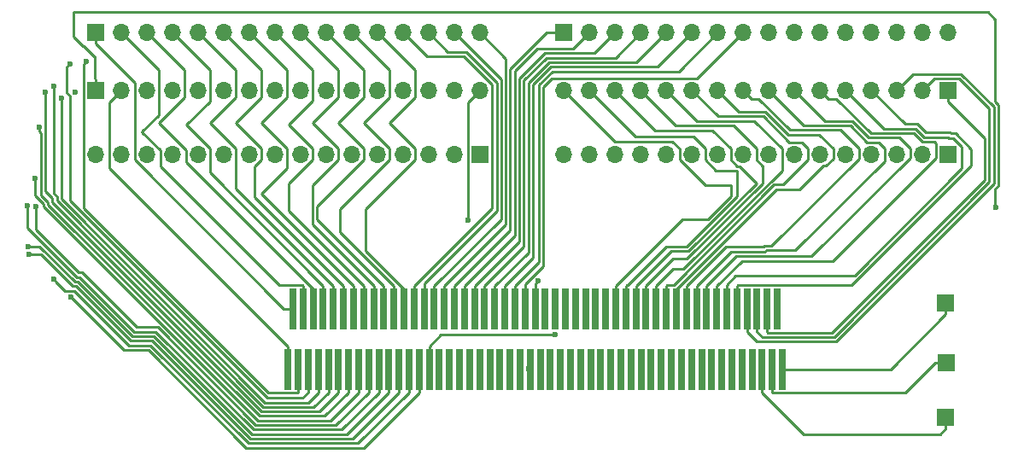
<source format=gtl>
G04 #@! TF.FileFunction,Copper,L1,Top,Signal*
%FSLAX46Y46*%
G04 Gerber Fmt 4.6, Leading zero omitted, Abs format (unit mm)*
G04 Created by KiCad (PCBNEW 4.0.6) date Saturday, April 28, 2018 'AMt' 01:11:43 AM*
%MOMM*%
%LPD*%
G01*
G04 APERTURE LIST*
%ADD10C,0.100000*%
%ADD11R,0.750000X4.040000*%
%ADD12R,1.700000X1.700000*%
%ADD13O,1.700000X1.700000*%
%ADD14C,0.600000*%
%ADD15C,0.250000*%
G04 APERTURE END LIST*
D10*
D11*
X122488000Y-83000000D03*
X123488000Y-83000000D03*
X124488000Y-83000000D03*
X125488000Y-83000000D03*
X126488000Y-83000000D03*
X127488000Y-83000000D03*
X128488000Y-83000000D03*
X129488000Y-83000000D03*
X130488000Y-83000000D03*
X131488000Y-83000000D03*
X132488000Y-83000000D03*
X133488000Y-83000000D03*
X134488000Y-83000000D03*
X135488000Y-83000000D03*
X136488000Y-83000000D03*
X137488000Y-83000000D03*
X138488000Y-83000000D03*
X139488000Y-83000000D03*
X140488000Y-83000000D03*
X141488000Y-83000000D03*
X142488000Y-83000000D03*
X143488000Y-83000000D03*
X144488000Y-83000000D03*
X145488000Y-83000000D03*
X146488000Y-83000000D03*
X147488000Y-83000000D03*
X148488000Y-83000000D03*
X149488000Y-83000000D03*
X150488000Y-83000000D03*
X151488000Y-83000000D03*
X152488000Y-83000000D03*
X153488000Y-83000000D03*
X154488000Y-83000000D03*
X155488000Y-83000000D03*
X156488000Y-83000000D03*
X157488000Y-83000000D03*
X158488000Y-83000000D03*
X159488000Y-83000000D03*
X160488000Y-83000000D03*
X161488000Y-83000000D03*
X162488000Y-83000000D03*
X163488000Y-83000000D03*
X164488000Y-83000000D03*
X165488000Y-83000000D03*
X166488000Y-83000000D03*
X167488000Y-83000000D03*
X168488000Y-83000000D03*
X169488000Y-83000000D03*
X170488000Y-83000000D03*
X122000000Y-89000000D03*
X123000000Y-89000000D03*
X124000000Y-89000000D03*
X125000000Y-89000000D03*
X126000000Y-89000000D03*
X127000000Y-89000000D03*
X128000000Y-89000000D03*
X129000000Y-89000000D03*
X130000000Y-89000000D03*
X131000000Y-89000000D03*
X132000000Y-89000000D03*
X133000000Y-89000000D03*
X134000000Y-89000000D03*
X135000000Y-89000000D03*
X136000000Y-89000000D03*
X137000000Y-89000000D03*
X138000000Y-89000000D03*
X139000000Y-89000000D03*
X140000000Y-89000000D03*
X141000000Y-89000000D03*
X142000000Y-89000000D03*
X143000000Y-89000000D03*
X144000000Y-89000000D03*
X145000000Y-89000000D03*
X146000000Y-89000000D03*
X147000000Y-89000000D03*
X148000000Y-89000000D03*
X149000000Y-89000000D03*
X150000000Y-89000000D03*
X151000000Y-89000000D03*
X152000000Y-89000000D03*
X153000000Y-89000000D03*
X154000000Y-89000000D03*
X155000000Y-89000000D03*
X156000000Y-89000000D03*
X157000000Y-89000000D03*
X158000000Y-89000000D03*
X159000000Y-89000000D03*
X160000000Y-89000000D03*
X161000000Y-89000000D03*
X162000000Y-89000000D03*
X163000000Y-89000000D03*
X164000000Y-89000000D03*
X165000000Y-89000000D03*
X166000000Y-89000000D03*
X167000000Y-89000000D03*
X168000000Y-89000000D03*
X169000000Y-89000000D03*
X170000000Y-89000000D03*
X171000000Y-89000000D03*
D12*
X102920000Y-55600000D03*
D13*
X105460000Y-55600000D03*
X108000000Y-55600000D03*
X110540000Y-55600000D03*
X113080000Y-55600000D03*
X115620000Y-55600000D03*
X118160000Y-55600000D03*
X120700000Y-55600000D03*
X123240000Y-55600000D03*
X125780000Y-55600000D03*
X128320000Y-55600000D03*
X130860000Y-55600000D03*
X133400000Y-55600000D03*
X135940000Y-55600000D03*
X138480000Y-55600000D03*
X141020000Y-55600000D03*
D12*
X149310000Y-55600000D03*
D13*
X151850000Y-55600000D03*
X154390000Y-55600000D03*
X156930000Y-55600000D03*
X159470000Y-55600000D03*
X162010000Y-55600000D03*
X164550000Y-55600000D03*
X167090000Y-55600000D03*
X169630000Y-55600000D03*
X172170000Y-55600000D03*
X174710000Y-55600000D03*
X177250000Y-55600000D03*
X179790000Y-55600000D03*
X182330000Y-55600000D03*
X184870000Y-55600000D03*
X187410000Y-55600000D03*
D12*
X187410000Y-61310000D03*
D13*
X184870000Y-61310000D03*
X182330000Y-61310000D03*
X179790000Y-61310000D03*
X177250000Y-61310000D03*
X174710000Y-61310000D03*
X172170000Y-61310000D03*
X169630000Y-61310000D03*
X167090000Y-61310000D03*
X164550000Y-61310000D03*
X162010000Y-61310000D03*
X159470000Y-61310000D03*
X156930000Y-61310000D03*
X154390000Y-61310000D03*
X151850000Y-61310000D03*
X149310000Y-61310000D03*
D12*
X102920000Y-61310280D03*
D13*
X105460000Y-61310280D03*
X108000000Y-61310280D03*
X110540000Y-61310280D03*
X113080000Y-61310280D03*
X115620000Y-61310280D03*
X118160000Y-61310280D03*
X120700000Y-61310280D03*
X123240000Y-61310280D03*
X125780000Y-61310280D03*
X128320000Y-61310280D03*
X130860000Y-61310280D03*
X133400000Y-61310280D03*
X135940000Y-61310280D03*
X138480000Y-61310280D03*
X141020000Y-61310280D03*
D12*
X141010000Y-67657460D03*
D13*
X138470000Y-67657460D03*
X135930000Y-67657460D03*
X133390000Y-67657460D03*
X130850000Y-67657460D03*
X128310000Y-67657460D03*
X125770000Y-67657460D03*
X123230000Y-67657460D03*
X120690000Y-67657460D03*
X118150000Y-67657460D03*
X115610000Y-67657460D03*
X113070000Y-67657460D03*
X110530000Y-67657460D03*
X107990000Y-67657460D03*
X105450000Y-67657460D03*
X102910000Y-67657460D03*
D12*
X187390000Y-67660000D03*
D13*
X184850000Y-67660000D03*
X182310000Y-67660000D03*
X179770000Y-67660000D03*
X177230000Y-67660000D03*
X174690000Y-67660000D03*
X172150000Y-67660000D03*
X169610000Y-67660000D03*
X167070000Y-67660000D03*
X164530000Y-67660000D03*
X161990000Y-67660000D03*
X159450000Y-67660000D03*
X156910000Y-67660000D03*
X154370000Y-67660000D03*
X151830000Y-67660000D03*
X149290000Y-67660000D03*
D12*
X187170000Y-93790000D03*
X187170000Y-82450000D03*
X187270000Y-88340000D03*
D14*
X146800000Y-80200000D03*
X147550000Y-82970000D03*
X148488000Y-83000000D03*
X149475000Y-82000000D03*
X150475000Y-84125000D03*
X151467867Y-83437709D03*
X152488000Y-83000000D03*
X153404979Y-83020000D03*
X170488000Y-83000000D03*
X192190000Y-72900000D03*
X100890000Y-61460000D03*
X102024801Y-58424237D03*
X100380000Y-58690000D03*
X99540000Y-62060000D03*
X98800000Y-60900000D03*
X97960000Y-61540000D03*
X97334990Y-65005144D03*
X96884979Y-70090636D03*
X96959473Y-72806568D03*
X96159620Y-72790630D03*
X96214924Y-76800632D03*
X96279494Y-77605595D03*
X98751945Y-80078047D03*
X100495724Y-81821826D03*
X135000000Y-89000000D03*
X148460000Y-85570000D03*
X139834999Y-74205001D03*
X137000000Y-89000000D03*
X138000000Y-89000000D03*
X138875002Y-88830000D03*
X140000000Y-89000000D03*
X141000000Y-89000000D03*
X142000000Y-90600000D03*
X143000000Y-90000000D03*
X144000000Y-89000000D03*
X145000000Y-89000000D03*
X145875002Y-88959541D03*
X147060000Y-88980000D03*
X148090000Y-89060000D03*
X149000000Y-89000000D03*
X150000000Y-89000000D03*
X151000000Y-89000000D03*
X152000000Y-89000000D03*
X152940000Y-88900000D03*
X154000000Y-89000000D03*
X154930006Y-88930006D03*
X156000000Y-89000000D03*
X157000000Y-89000000D03*
X158000000Y-89000000D03*
X159000000Y-89000000D03*
X160000000Y-89000000D03*
X160910000Y-89340000D03*
X162000000Y-89000000D03*
X163000000Y-89000000D03*
X164000000Y-89000000D03*
X165000000Y-89000000D03*
X166000000Y-89000000D03*
X167000000Y-89000000D03*
X168000000Y-89000000D03*
D15*
X122488000Y-83000000D02*
X121593538Y-83000000D01*
X102920000Y-56700000D02*
X102920000Y-55600000D01*
X121593538Y-83000000D02*
X106814999Y-68221461D01*
X106814999Y-68221461D02*
X106814999Y-60594999D01*
X106814999Y-60594999D02*
X102920000Y-56700000D01*
X109175001Y-63758607D02*
X107510009Y-65423599D01*
X121142999Y-80654999D02*
X123412999Y-80654999D01*
X123412999Y-80654999D02*
X123488000Y-80730000D01*
X107510009Y-65423599D02*
X107510009Y-65438465D01*
X105460000Y-55600000D02*
X109175001Y-59315001D01*
X109175001Y-59315001D02*
X109175001Y-63758607D01*
X107510009Y-65438465D02*
X109354999Y-67283457D01*
X109354999Y-67283457D02*
X109354999Y-68866999D01*
X109354999Y-68866999D02*
X121142999Y-80654999D01*
X123488000Y-80730000D02*
X123488000Y-83000000D01*
X111715001Y-59315001D02*
X111715001Y-62023459D01*
X124488000Y-81019998D02*
X124488000Y-83000000D01*
X109175001Y-64563459D02*
X111894999Y-67283457D01*
X108000000Y-55600000D02*
X111715001Y-59315001D01*
X111715001Y-62023459D02*
X109175001Y-64563459D01*
X111894999Y-67283457D02*
X111894999Y-68426997D01*
X111894999Y-68426997D02*
X124488000Y-81019998D01*
X110540000Y-55600000D02*
X114255001Y-59315001D01*
X114245001Y-69487001D02*
X125488000Y-80730000D01*
X114255001Y-59315001D02*
X114255001Y-62403455D01*
X114255001Y-62403455D02*
X111904999Y-64753457D01*
X111904999Y-64753457D02*
X114245001Y-67093459D01*
X114245001Y-67093459D02*
X114245001Y-69487001D01*
X125488000Y-80730000D02*
X125488000Y-83000000D01*
X116795001Y-62023459D02*
X114255001Y-64563459D01*
X116795001Y-59315001D02*
X116795001Y-62023459D01*
X116785001Y-67093459D02*
X116785001Y-71027001D01*
X116785001Y-71027001D02*
X126488000Y-80730000D01*
X126488000Y-80730000D02*
X126488000Y-83000000D01*
X113080000Y-55600000D02*
X116795001Y-59315001D01*
X114255001Y-64563459D02*
X116785001Y-67093459D01*
X127488000Y-80730000D02*
X127488000Y-83000000D01*
X115620000Y-55600000D02*
X119335001Y-59315001D01*
X118714001Y-68832461D02*
X118714001Y-71956001D01*
X119325001Y-67093459D02*
X119325001Y-68221461D01*
X116795001Y-64563459D02*
X119325001Y-67093459D01*
X119325001Y-68221461D02*
X118714001Y-68832461D01*
X119335001Y-59315001D02*
X119335001Y-62023459D01*
X118714001Y-71956001D02*
X127488000Y-80730000D01*
X119335001Y-62023459D02*
X116795001Y-64563459D01*
X121875001Y-62023459D02*
X119335001Y-64563459D01*
X119335001Y-64563459D02*
X121865001Y-67093459D01*
X121875001Y-59315001D02*
X121875001Y-62023459D01*
X121865001Y-67093459D02*
X121865001Y-69047001D01*
X121865001Y-69047001D02*
X119335001Y-71577001D01*
X128488000Y-80730000D02*
X128488000Y-83000000D01*
X118160000Y-55600000D02*
X121875001Y-59315001D01*
X119335001Y-71577001D02*
X128488000Y-80730000D01*
X124415001Y-62383455D02*
X122054999Y-64743457D01*
X122054999Y-73296999D02*
X129488000Y-80730000D01*
X122054999Y-64743457D02*
X124405001Y-67093459D01*
X124405001Y-68221461D02*
X122054999Y-70571463D01*
X129488000Y-80730000D02*
X129488000Y-83000000D01*
X124415001Y-59315001D02*
X124415001Y-62383455D01*
X120700000Y-55600000D02*
X124415001Y-59315001D01*
X124405001Y-67093459D02*
X124405001Y-68221461D01*
X122054999Y-70571463D02*
X122054999Y-73296999D01*
X126945001Y-67093459D02*
X126945001Y-68221461D01*
X126955001Y-59315001D02*
X126955001Y-62023459D01*
X126945001Y-68221461D02*
X124405001Y-70761461D01*
X126955001Y-62023459D02*
X124415001Y-64563459D01*
X124415001Y-64563459D02*
X126945001Y-67093459D01*
X124405001Y-74647001D02*
X130488000Y-80730000D01*
X123240000Y-55600000D02*
X126955001Y-59315001D01*
X124405001Y-70761461D02*
X124405001Y-74647001D01*
X130488000Y-80730000D02*
X130488000Y-83000000D01*
X129485001Y-67093459D02*
X129485001Y-68221461D01*
X131488000Y-80730000D02*
X131488000Y-83000000D01*
X129485001Y-68221461D02*
X124855012Y-72851450D01*
X129495001Y-62023459D02*
X126955001Y-64563459D01*
X124855012Y-74097012D02*
X131488000Y-80730000D01*
X124855012Y-72851450D02*
X124855012Y-74097012D01*
X126955001Y-64563459D02*
X129485001Y-67093459D01*
X125780000Y-55600000D02*
X129495001Y-59315001D01*
X129495001Y-59315001D02*
X129495001Y-62023459D01*
X128320000Y-55600000D02*
X132035001Y-59315001D01*
X132025001Y-67093459D02*
X132025001Y-68221461D01*
X132035001Y-59315001D02*
X132035001Y-62023459D01*
X132035001Y-62023459D02*
X129495001Y-64563459D01*
X132025001Y-68221461D02*
X127134999Y-73111463D01*
X129495001Y-64563459D02*
X132025001Y-67093459D01*
X127134999Y-75376999D02*
X132488000Y-80730000D01*
X127134999Y-73111463D02*
X127134999Y-75376999D01*
X132488000Y-80730000D02*
X132488000Y-83000000D01*
X134575001Y-62023459D02*
X132035001Y-64563459D01*
X133488000Y-81019998D02*
X133488000Y-83000000D01*
X134565001Y-68221461D02*
X129674999Y-73111463D01*
X130860000Y-55600000D02*
X134575001Y-59315001D01*
X134575001Y-59315001D02*
X134575001Y-62023459D01*
X132035001Y-64563459D02*
X134565001Y-67093459D01*
X129674999Y-77206997D02*
X133488000Y-81019998D01*
X134565001Y-67093459D02*
X134565001Y-68221461D01*
X129674999Y-73111463D02*
X129674999Y-77206997D01*
X134488000Y-80730000D02*
X134488000Y-83000000D01*
X135750000Y-57950000D02*
X139455890Y-57950000D01*
X133400000Y-55600000D02*
X135750000Y-57950000D01*
X142229879Y-60723989D02*
X142229879Y-72988121D01*
X139455890Y-57950000D02*
X142229879Y-60723989D01*
X142229879Y-72988121D02*
X134488000Y-80730000D01*
X142679890Y-73250111D02*
X135488000Y-80442001D01*
X142679890Y-60537589D02*
X142679890Y-73250111D01*
X137839989Y-57499989D02*
X139642290Y-57499989D01*
X135940000Y-55600000D02*
X137839989Y-57499989D01*
X135488000Y-80730000D02*
X135488000Y-83000000D01*
X135488000Y-80442001D02*
X135488000Y-80730000D01*
X139642290Y-57499989D02*
X142679890Y-60537589D01*
X143129901Y-60249901D02*
X143129901Y-74088099D01*
X138480000Y-55600000D02*
X143129901Y-60249901D01*
X143129901Y-74088099D02*
X136488000Y-80730000D01*
X136488000Y-80730000D02*
X136488000Y-83000000D01*
X137488000Y-80730000D02*
X137488000Y-83000000D01*
X143579912Y-74638088D02*
X137488000Y-80730000D01*
X141020000Y-55600000D02*
X143579912Y-58159912D01*
X143579912Y-58159912D02*
X143579912Y-74638088D01*
X138488000Y-80730000D02*
X138488000Y-83000000D01*
X144029923Y-75188077D02*
X138488000Y-80730000D01*
X144029923Y-59201611D02*
X144029923Y-75188077D01*
X147631534Y-55600000D02*
X144029923Y-59201611D01*
X149310000Y-55600000D02*
X147631534Y-55600000D01*
X139488000Y-80730000D02*
X139488000Y-83000000D01*
X144479934Y-59388011D02*
X144479934Y-75738066D01*
X146688009Y-57179936D02*
X144479934Y-59388011D01*
X144479934Y-75738066D02*
X139488000Y-80730000D01*
X151850000Y-55600000D02*
X150270064Y-57179936D01*
X150270064Y-57179936D02*
X146688009Y-57179936D01*
X140488000Y-80730000D02*
X140488000Y-83000000D01*
X154390000Y-55600000D02*
X152360053Y-57629947D01*
X144929945Y-76288055D02*
X140488000Y-80730000D01*
X147467996Y-57629947D02*
X144929945Y-60167998D01*
X152360053Y-57629947D02*
X147467996Y-57629947D01*
X144929945Y-60167998D02*
X144929945Y-76288055D01*
X141488000Y-80730000D02*
X141488000Y-83000000D01*
X145379956Y-76838044D02*
X141488000Y-80730000D01*
X156930000Y-55600000D02*
X154450042Y-58079958D01*
X147654396Y-58079958D02*
X145379956Y-60354398D01*
X145379956Y-60354398D02*
X145379956Y-76838044D01*
X154450042Y-58079958D02*
X147654396Y-58079958D01*
X145829967Y-60540798D02*
X145829967Y-77388033D01*
X147840796Y-58529969D02*
X145829967Y-60540798D01*
X156540031Y-58529969D02*
X147840796Y-58529969D01*
X159470000Y-55600000D02*
X156540031Y-58529969D01*
X142488000Y-80730000D02*
X142488000Y-83000000D01*
X145829967Y-77388033D02*
X142488000Y-80730000D01*
X146279978Y-77938022D02*
X143488000Y-80730000D01*
X146279978Y-60727198D02*
X146279978Y-77938022D01*
X148027196Y-58979980D02*
X146279978Y-60727198D01*
X143488000Y-80730000D02*
X143488000Y-83000000D01*
X162010000Y-55600000D02*
X158630020Y-58979980D01*
X158630020Y-58979980D02*
X148027196Y-58979980D01*
X144488000Y-80730000D02*
X144488000Y-83000000D01*
X146869989Y-60773598D02*
X146869989Y-78348011D01*
X146869989Y-78348011D02*
X144488000Y-80730000D01*
X164550000Y-55600000D02*
X160720009Y-59429991D01*
X148213596Y-59429991D02*
X146869989Y-60773598D01*
X160720009Y-59429991D02*
X148213596Y-59429991D01*
X145488000Y-80730000D02*
X145488000Y-83000000D01*
X145488000Y-80586998D02*
X145488000Y-80730000D01*
X147320000Y-78754998D02*
X145488000Y-80586998D01*
X147320000Y-60959998D02*
X147320000Y-78754998D01*
X148144999Y-60134999D02*
X147320000Y-60959998D01*
X162555001Y-60134999D02*
X148144999Y-60134999D01*
X167090000Y-55600000D02*
X162555001Y-60134999D01*
X146800000Y-80200000D02*
X146488000Y-80512000D01*
X146488000Y-80512000D02*
X146488000Y-83000000D01*
X149310000Y-61310000D02*
X154380075Y-66380075D01*
X154488000Y-80730000D02*
X154488000Y-83000000D01*
X163589533Y-74100000D02*
X161118000Y-74100000D01*
X163354999Y-70764001D02*
X165894999Y-70764001D01*
X165894999Y-71794534D02*
X163589533Y-74100000D01*
X160099075Y-66380075D02*
X160814999Y-67095999D01*
X165894999Y-70764001D02*
X165894999Y-71794534D01*
X160814999Y-67095999D02*
X160814999Y-68224001D01*
X154380075Y-66380075D02*
X160099075Y-66380075D01*
X160814999Y-68224001D02*
X163354999Y-70764001D01*
X161118000Y-74100000D02*
X154488000Y-80730000D01*
X155563001Y-80654999D02*
X155488000Y-80730000D01*
X163354999Y-68224001D02*
X164416010Y-69285012D01*
X159513600Y-76809989D02*
X155668590Y-80654999D01*
X164416010Y-69285012D02*
X166505999Y-69285012D01*
X166505999Y-69285012D02*
X166505999Y-71819945D01*
X155488000Y-80730000D02*
X155488000Y-83000000D01*
X155668590Y-80654999D02*
X155563001Y-80654999D01*
X161515955Y-76809989D02*
X159513600Y-76809989D01*
X166505999Y-71819945D02*
X161515955Y-76809989D01*
X163354999Y-67095999D02*
X163354999Y-68224001D01*
X162189064Y-65930064D02*
X163354999Y-67095999D01*
X156470064Y-65930064D02*
X162189064Y-65930064D01*
X151850000Y-61310000D02*
X156470064Y-65930064D01*
X165894999Y-67095999D02*
X165894999Y-68224001D01*
X156488000Y-80730000D02*
X156488000Y-83000000D01*
X161702355Y-77260000D02*
X159958000Y-77260000D01*
X166742644Y-68835001D02*
X168434999Y-70527356D01*
X158370000Y-65290000D02*
X164089000Y-65290000D01*
X164089000Y-65290000D02*
X165894999Y-67095999D01*
X159958000Y-77260000D02*
X156488000Y-80730000D01*
X168434999Y-70527356D02*
X161702355Y-77260000D01*
X166505999Y-68835001D02*
X166742644Y-68835001D01*
X154390000Y-61310000D02*
X158370000Y-65290000D01*
X165894999Y-68224001D02*
X166505999Y-68835001D01*
X168434999Y-68224001D02*
X169045999Y-68835001D01*
X157488000Y-80730000D02*
X157488000Y-83000000D01*
X161548766Y-78050000D02*
X160168000Y-78050000D01*
X169045999Y-68835001D02*
X169045999Y-70552767D01*
X169045999Y-70552767D02*
X161548766Y-78050000D01*
X168434999Y-67095999D02*
X168434999Y-68224001D01*
X166149053Y-64810053D02*
X168434999Y-67095999D01*
X160430053Y-64810053D02*
X166149053Y-64810053D01*
X156930000Y-61310000D02*
X160430053Y-64810053D01*
X160168000Y-78050000D02*
X157488000Y-80730000D01*
X158488000Y-80730000D02*
X158488000Y-83000000D01*
X160188000Y-79030000D02*
X158488000Y-80730000D01*
X170974999Y-69260178D02*
X161205177Y-79030000D01*
X159470000Y-61310000D02*
X162520042Y-64360042D01*
X168239042Y-64360042D02*
X170974999Y-67095999D01*
X162520042Y-64360042D02*
X168239042Y-64360042D01*
X161205177Y-79030000D02*
X160188000Y-79030000D01*
X170974999Y-67095999D02*
X170974999Y-69260178D01*
X171059011Y-70679989D02*
X170191598Y-70679989D01*
X173514999Y-68224001D02*
X171059011Y-70679989D01*
X173514999Y-67095999D02*
X173514999Y-68224001D01*
X169118718Y-63910031D02*
X171693686Y-66484999D01*
X159488000Y-80730000D02*
X159488000Y-83000000D01*
X170191598Y-70679989D02*
X160216588Y-80654999D01*
X160216588Y-80654999D02*
X159563001Y-80654999D01*
X162010000Y-61310000D02*
X164610031Y-63910031D01*
X164610031Y-63910031D02*
X169118718Y-63910031D01*
X171693686Y-66484999D02*
X172903999Y-66484999D01*
X159563001Y-80654999D02*
X159488000Y-80730000D01*
X172903999Y-66484999D02*
X173514999Y-67095999D01*
X170377998Y-71130000D02*
X160488000Y-81019998D01*
X166700020Y-63460020D02*
X169305118Y-63460020D01*
X160488000Y-81019998D02*
X160488000Y-83000000D01*
X172717179Y-71130000D02*
X170377998Y-71130000D01*
X164550000Y-61310000D02*
X166700020Y-63460020D01*
X175067200Y-68779978D02*
X172717179Y-71130000D01*
X175347201Y-68779978D02*
X175067200Y-68779978D01*
X176054999Y-68072180D02*
X175347201Y-68779978D01*
X174669022Y-65710022D02*
X176054999Y-67095999D01*
X171555119Y-65710022D02*
X174669022Y-65710022D01*
X176054999Y-67095999D02*
X176054999Y-68072180D01*
X169305118Y-63460020D02*
X171555119Y-65710022D01*
X176759012Y-65260012D02*
X178594999Y-67095999D01*
X178594999Y-68066535D02*
X169921589Y-76739945D01*
X178594999Y-67095999D02*
X178594999Y-68066535D01*
X172943601Y-65260012D02*
X176759012Y-65260012D01*
X165368066Y-76849934D02*
X161488000Y-80730000D01*
X161488000Y-80730000D02*
X161488000Y-83000000D01*
X167939999Y-62159999D02*
X168641507Y-62159999D01*
X169921589Y-76739945D02*
X169218000Y-76739945D01*
X167090000Y-61310000D02*
X167939999Y-62159999D01*
X171741521Y-65260011D02*
X172943601Y-65260012D01*
X168641507Y-62159999D02*
X171741521Y-65260011D01*
X169218000Y-76739945D02*
X169108011Y-76849934D01*
X169108011Y-76849934D02*
X165368066Y-76849934D01*
X181134999Y-68352947D02*
X172297990Y-77189956D01*
X177738177Y-64810001D02*
X179413175Y-66484999D01*
X180523999Y-66484999D02*
X181134999Y-67095999D01*
X173130001Y-64810001D02*
X177738177Y-64810001D01*
X172297990Y-77189956D02*
X169404400Y-77189956D01*
X169404400Y-77189956D02*
X169294411Y-77299945D01*
X169294411Y-77299945D02*
X165918055Y-77299945D01*
X162488000Y-80730000D02*
X162488000Y-83000000D01*
X179413175Y-66484999D02*
X180523999Y-66484999D01*
X169630000Y-61310000D02*
X173130001Y-64810001D01*
X165918055Y-77299945D02*
X162488000Y-80730000D01*
X181134999Y-67095999D02*
X181134999Y-68352947D01*
X173884389Y-77779967D02*
X166438033Y-77779967D01*
X183674999Y-67095999D02*
X183674999Y-67989357D01*
X175210011Y-64350011D02*
X177914598Y-64350011D01*
X172170000Y-61310000D02*
X175210011Y-64350011D01*
X182599035Y-66020035D02*
X183674999Y-67095999D01*
X183674999Y-67989357D02*
X173884389Y-77779967D01*
X166438033Y-77779967D02*
X163488000Y-80730000D01*
X163488000Y-80730000D02*
X163488000Y-83000000D01*
X179584622Y-66020035D02*
X182599035Y-66020035D01*
X177914598Y-64350011D02*
X179584622Y-66020035D01*
X179771022Y-65570024D02*
X184014380Y-65570024D01*
X186065044Y-66400044D02*
X186214999Y-66549999D01*
X175559999Y-62159999D02*
X176360997Y-62159999D01*
X174710000Y-61310000D02*
X175559999Y-62159999D01*
X175980789Y-78229978D02*
X166988022Y-78229978D01*
X166988022Y-78229978D02*
X164488000Y-80730000D01*
X176360997Y-62159999D02*
X179771022Y-65570024D01*
X186214999Y-67995768D02*
X175980789Y-78229978D01*
X184844400Y-66400044D02*
X186065044Y-66400044D01*
X164488000Y-80730000D02*
X164488000Y-83000000D01*
X186214999Y-66549999D02*
X186214999Y-67995768D01*
X184014380Y-65570024D02*
X184844400Y-66400044D01*
X184200781Y-65120013D02*
X185030800Y-65950033D01*
X187434389Y-65950033D02*
X187534400Y-66050044D01*
X188809991Y-66896401D02*
X188809991Y-69073599D01*
X188809991Y-69073599D02*
X178153601Y-79729989D01*
X187534400Y-66050044D02*
X187963634Y-66050044D01*
X177250000Y-61310000D02*
X181060013Y-65120013D01*
X181060013Y-65120013D02*
X184200781Y-65120013D01*
X185030800Y-65950033D02*
X187434389Y-65950033D01*
X187963634Y-66050044D02*
X188809991Y-66896401D01*
X178153601Y-79729989D02*
X166373600Y-79729989D01*
X166373600Y-79729989D02*
X165488000Y-80615589D01*
X165488000Y-80730000D02*
X165488000Y-83000000D01*
X165488000Y-80615589D02*
X165488000Y-80730000D01*
X187620789Y-65500022D02*
X187720800Y-65600033D01*
X185217200Y-65500022D02*
X187620789Y-65500022D01*
X189715008Y-68804992D02*
X177865001Y-80654999D01*
X187720800Y-65600033D02*
X188150033Y-65600033D01*
X179790000Y-61310000D02*
X183150002Y-64670002D01*
X166563001Y-80654999D02*
X166488000Y-80730000D01*
X183150002Y-64670002D02*
X184387181Y-64670002D01*
X184387181Y-64670002D02*
X185217200Y-65500022D01*
X188150033Y-65600033D02*
X189715008Y-67165008D01*
X189715008Y-67165008D02*
X189715008Y-68804992D01*
X177865001Y-80654999D02*
X166563001Y-80654999D01*
X166488000Y-80730000D02*
X166488000Y-83000000D01*
X167488000Y-85270000D02*
X167488000Y-83000000D01*
X176307032Y-86245021D02*
X168463021Y-86245021D01*
X191965060Y-70586993D02*
X176307032Y-86245021D01*
X188706402Y-59684990D02*
X191965061Y-62943649D01*
X182330000Y-61310000D02*
X183955010Y-59684990D01*
X183955010Y-59684990D02*
X188706402Y-59684990D01*
X168463021Y-86245021D02*
X167488000Y-85270000D01*
X191965061Y-62943649D02*
X191965060Y-70586993D01*
X186045001Y-60134999D02*
X188520001Y-60134999D01*
X176120632Y-85795011D02*
X169013011Y-85795011D01*
X184870000Y-61310000D02*
X186045001Y-60134999D01*
X188520001Y-60134999D02*
X191515051Y-63130049D01*
X191515051Y-63130049D02*
X191515051Y-70400592D01*
X168488000Y-85270000D02*
X168488000Y-83000000D01*
X169013011Y-85795011D02*
X168488000Y-85270000D01*
X191515051Y-70400592D02*
X176120632Y-85795011D01*
X191065041Y-66065041D02*
X191065041Y-70214192D01*
X191065041Y-70214192D02*
X175934232Y-85345001D01*
X187410000Y-62410000D02*
X191065041Y-66065041D01*
X175934232Y-85345001D02*
X169563001Y-85345001D01*
X169488000Y-85270000D02*
X169488000Y-83000000D01*
X187410000Y-61310000D02*
X187410000Y-62410000D01*
X169563001Y-85345001D02*
X169488000Y-85270000D01*
X102920000Y-61310280D02*
X102920000Y-60210280D01*
X102920000Y-60210280D02*
X102820000Y-60110280D01*
X100740000Y-53550000D02*
X191360000Y-53550000D01*
X191360000Y-53550000D02*
X192080000Y-54270000D01*
X102820000Y-60110280D02*
X102820000Y-57940000D01*
X192080000Y-72790000D02*
X192190000Y-72900000D01*
X102820000Y-57940000D02*
X102790000Y-57940000D01*
X102790000Y-57940000D02*
X101740000Y-56890000D01*
X101740000Y-56890000D02*
X101620000Y-56890000D01*
X101620000Y-56890000D02*
X100740000Y-56010000D01*
X100740000Y-56010000D02*
X100740000Y-53550000D01*
X192415070Y-62757250D02*
X192415069Y-70773394D01*
X192080000Y-54270000D02*
X192080000Y-62422178D01*
X192080000Y-62422178D02*
X192415070Y-62757250D01*
X192415069Y-70773394D02*
X192080000Y-71108463D01*
X192080000Y-71108463D02*
X192080000Y-72790000D01*
X104610001Y-62160279D02*
X105460000Y-61310280D01*
X104274999Y-62495281D02*
X104610001Y-62160279D01*
X104274999Y-69004999D02*
X104274999Y-62495281D01*
X122000000Y-86730000D02*
X104274999Y-69004999D01*
X122000000Y-89000000D02*
X122000000Y-86730000D01*
X101724802Y-58724236D02*
X102024801Y-58424237D01*
X101724802Y-73001460D02*
X101724802Y-58724236D01*
X122924999Y-91345001D02*
X120068343Y-91345001D01*
X123000000Y-89000000D02*
X123000000Y-91270000D01*
X123000000Y-91270000D02*
X122924999Y-91345001D01*
X120068343Y-91345001D02*
X101724802Y-73001460D01*
X100080001Y-58989999D02*
X100080001Y-61575003D01*
X100380000Y-58690000D02*
X100080001Y-58989999D01*
X119916801Y-91829870D02*
X123440130Y-91829870D01*
X123440130Y-91829870D02*
X124000000Y-91270000D01*
X100380000Y-72293069D02*
X119916801Y-91829870D01*
X100380000Y-61875002D02*
X100380000Y-72293069D01*
X100080001Y-61575003D02*
X100380000Y-61875002D01*
X124000000Y-91270000D02*
X124000000Y-89000000D01*
X119730401Y-92279881D02*
X123990119Y-92279881D01*
X125000000Y-91270000D02*
X125000000Y-89000000D01*
X123990119Y-92279881D02*
X125000000Y-91270000D01*
X99540000Y-72089480D02*
X119730401Y-92279881D01*
X99540000Y-62060000D02*
X99540000Y-72089480D01*
X126000000Y-91270000D02*
X126000000Y-89000000D01*
X124540108Y-92729892D02*
X126000000Y-91270000D01*
X119544001Y-92729892D02*
X124540108Y-92729892D01*
X99089989Y-72275880D02*
X119544001Y-92729892D01*
X98800000Y-60900000D02*
X98800000Y-71546411D01*
X98800000Y-71546411D02*
X99089989Y-71836400D01*
X99089989Y-71836400D02*
X99089989Y-72275880D01*
X127000000Y-91270000D02*
X127000000Y-89000000D01*
X119357601Y-93179903D02*
X125090097Y-93179903D01*
X98639978Y-72462280D02*
X119357601Y-93179903D01*
X125090097Y-93179903D02*
X127000000Y-91270000D01*
X97960000Y-71342822D02*
X98639978Y-72022800D01*
X97960000Y-61540000D02*
X97960000Y-71342822D01*
X98639978Y-72022800D02*
X98639978Y-72462280D01*
X98189967Y-72419199D02*
X97509989Y-71739221D01*
X98189967Y-72648680D02*
X98189967Y-72419199D01*
X128000000Y-89000000D02*
X128000000Y-91270000D01*
X119171201Y-93629914D02*
X98189967Y-72648680D01*
X125640086Y-93629914D02*
X119171201Y-93629914D01*
X97509989Y-65604407D02*
X97334990Y-65429408D01*
X128000000Y-91270000D02*
X125640086Y-93629914D01*
X97509989Y-71739221D02*
X97509989Y-65604407D01*
X97334990Y-65429408D02*
X97334990Y-65005144D01*
X129000000Y-91270000D02*
X126190075Y-94079925D01*
X96884979Y-70514900D02*
X96884979Y-70090636D01*
X96884979Y-71750622D02*
X96884979Y-70514900D01*
X97739956Y-72605599D02*
X96884979Y-71750622D01*
X97739956Y-72835080D02*
X97739956Y-72605599D01*
X118984801Y-94079925D02*
X97739956Y-72835080D01*
X126190075Y-94079925D02*
X118984801Y-94079925D01*
X129000000Y-89000000D02*
X129000000Y-91270000D01*
X96959473Y-75124926D02*
X96959473Y-73230832D01*
X101231327Y-79396780D02*
X96959473Y-75124926D01*
X126740064Y-94529936D02*
X118798402Y-94529936D01*
X106954480Y-84809934D02*
X101541326Y-79396780D01*
X118798402Y-94529936D02*
X109078400Y-84809934D01*
X96959473Y-73230832D02*
X96959473Y-72806568D01*
X130000000Y-89000000D02*
X130000000Y-91270000D01*
X130000000Y-91270000D02*
X126740064Y-94529936D01*
X101541326Y-79396780D02*
X101231327Y-79396780D01*
X109078400Y-84809934D02*
X106954480Y-84809934D01*
X118612002Y-94979947D02*
X108892000Y-85259945D01*
X96159620Y-73214894D02*
X96159620Y-72790630D01*
X96159620Y-74961484D02*
X96159620Y-73214894D01*
X106768080Y-85259945D02*
X101354926Y-79846791D01*
X131000000Y-91270000D02*
X127290053Y-94979947D01*
X131000000Y-89000000D02*
X131000000Y-91270000D01*
X108892000Y-85259945D02*
X106768080Y-85259945D01*
X127290053Y-94979947D02*
X118612002Y-94979947D01*
X101044927Y-79846791D02*
X96159620Y-74961484D01*
X101354926Y-79846791D02*
X101044927Y-79846791D01*
X106581680Y-85709956D02*
X101168526Y-80296802D01*
X108705600Y-85709956D02*
X106581680Y-85709956D01*
X100858527Y-80296802D02*
X97362357Y-76800632D01*
X127840042Y-95429958D02*
X118425602Y-95429958D01*
X96639188Y-76800632D02*
X96214924Y-76800632D01*
X97362357Y-76800632D02*
X96639188Y-76800632D01*
X101168526Y-80296802D02*
X100858527Y-80296802D01*
X132000000Y-91270000D02*
X127840042Y-95429958D01*
X118425602Y-95429958D02*
X108705600Y-85709956D01*
X132000000Y-89000000D02*
X132000000Y-91270000D01*
X97530909Y-77605595D02*
X96703758Y-77605595D01*
X133000000Y-89000000D02*
X133000000Y-91270000D01*
X96703758Y-77605595D02*
X96279494Y-77605595D01*
X100672127Y-80746813D02*
X97530909Y-77605595D01*
X106395280Y-86159967D02*
X100982126Y-80746813D01*
X108519200Y-86159967D02*
X106395280Y-86159967D01*
X128390031Y-95879969D02*
X118239202Y-95879969D01*
X118239202Y-95879969D02*
X108519200Y-86159967D01*
X133000000Y-91270000D02*
X128390031Y-95879969D01*
X100982126Y-80746813D02*
X100672127Y-80746813D01*
X108332800Y-86609978D02*
X106208880Y-86609978D01*
X118052802Y-96329980D02*
X108332800Y-86609978D01*
X100795726Y-81196824D02*
X99870722Y-81196824D01*
X128940020Y-96329980D02*
X118052802Y-96329980D01*
X134000000Y-89000000D02*
X134000000Y-91270000D01*
X99870722Y-81196824D02*
X99051944Y-80378046D01*
X134000000Y-91270000D02*
X128940020Y-96329980D01*
X99051944Y-80378046D02*
X98751945Y-80078047D01*
X106208880Y-86609978D02*
X100795726Y-81196824D01*
X129490009Y-96779991D02*
X117866402Y-96779991D01*
X108146400Y-87059989D02*
X105733887Y-87059989D01*
X105733887Y-87059989D02*
X100795723Y-82121825D01*
X135000000Y-89000000D02*
X135000000Y-91270000D01*
X100795723Y-82121825D02*
X100495724Y-81821826D01*
X135000000Y-91270000D02*
X129490009Y-96779991D01*
X117866402Y-96779991D02*
X108146400Y-87059989D01*
X148460000Y-85570000D02*
X137160000Y-85570000D01*
X137160000Y-85570000D02*
X136000000Y-86730000D01*
X136000000Y-86730000D02*
X136000000Y-89000000D01*
X139834999Y-62495281D02*
X139834999Y-74205001D01*
X141020000Y-61310280D02*
X139834999Y-62495281D01*
X169000000Y-89000000D02*
X169000000Y-91270000D01*
X169000000Y-91270000D02*
X173150000Y-95420000D01*
X173150000Y-95420000D02*
X186640000Y-95420000D01*
X186640000Y-95420000D02*
X187170000Y-94890000D01*
X187170000Y-94890000D02*
X187170000Y-93790000D01*
X170000000Y-89000000D02*
X170000000Y-91270000D01*
X170000000Y-91270000D02*
X170075001Y-91345001D01*
X170075001Y-91345001D02*
X183164999Y-91345001D01*
X183164999Y-91345001D02*
X186170000Y-88340000D01*
X186170000Y-88340000D02*
X187270000Y-88340000D01*
X171000000Y-89000000D02*
X181720000Y-89000000D01*
X181720000Y-89000000D02*
X187170000Y-83550000D01*
X187170000Y-83550000D02*
X187170000Y-82450000D01*
M02*

</source>
